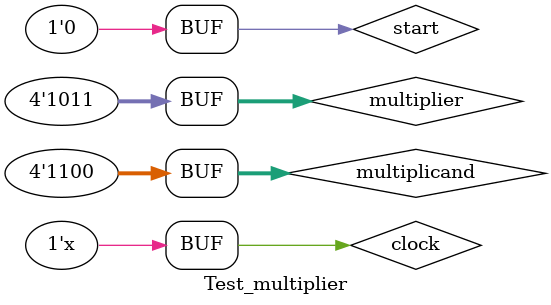
<source format=v>
`timescale 1ns / 1ps


module Test_multiplier;

	// Inputs
	reg [3:0] multiplicand;
	reg [3:0] multiplier;
	reg clock;
	reg start;

	// Outputs
	wire [7:0] product;
	wire busy;

	// Instantiate the Unit Under Test (UUT)
	Booth_Multiplier_1 uut (
		.product(product), 
		.multiplicand(multiplicand), 
		.multiplier(multiplier), 
		.clock(clock), 
		.start(start), 
		.busy(busy)
	);

	initial begin
		// Initialize Inputs
		multiplicand = 4'b1100;
		multiplier = 4'b1011;
		clock = 0;
		start = 1'b1;
		#1 start = 1'b0;

		// Wait 100 ns for global reset to finish
		#100;
        
		// Add stimulus here

	end
	
	always begin
		#10 clock = ~clock;
	end
      
endmodule


</source>
